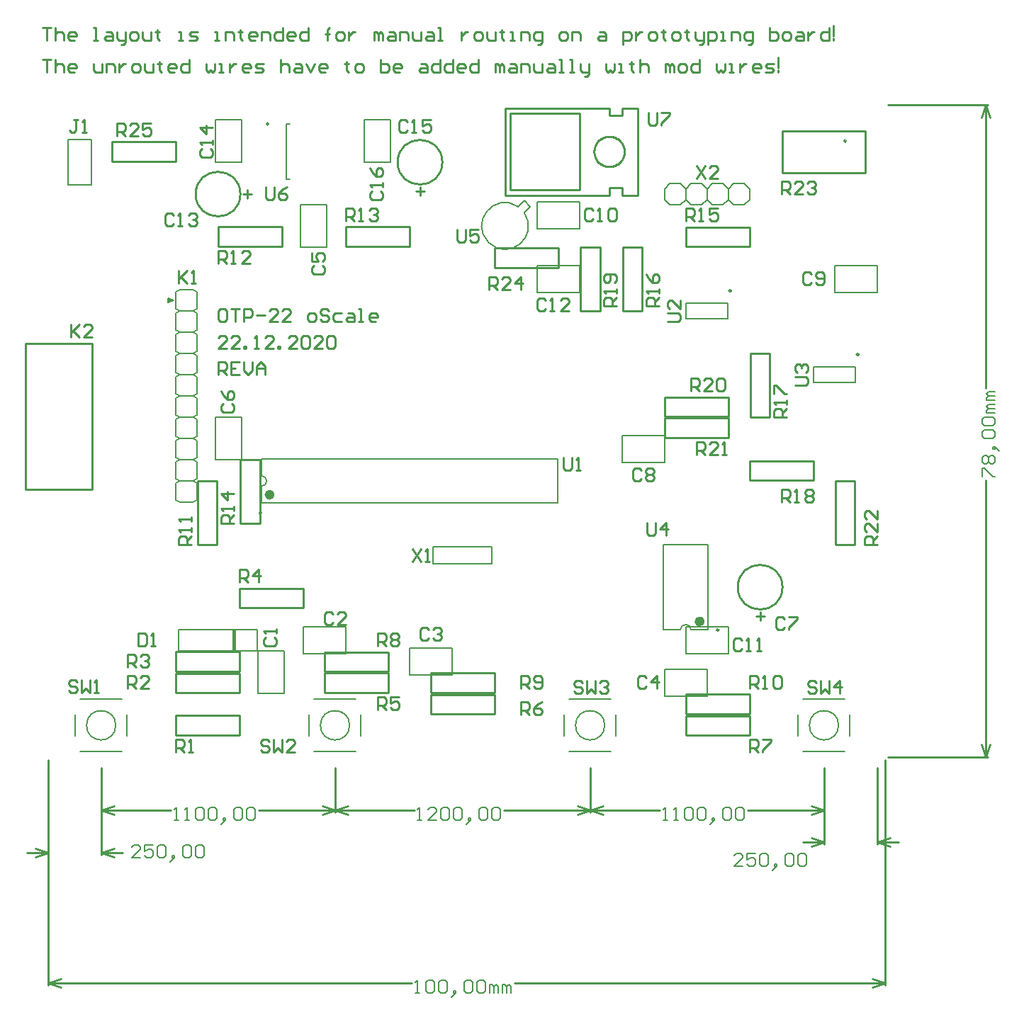
<source format=gto>
G04 Layer_Color=15132400*
%FSLAX25Y25*%
%MOIN*%
G70*
G01*
G75*
%ADD14C,0.01000*%
%ADD15C,0.00600*%
%ADD42C,0.00787*%
%ADD43C,0.00984*%
%ADD44C,0.02362*%
%ADD45C,0.00500*%
G36*
X552701Y708701D02*
X550201Y707701D01*
X550201Y709701D01*
X552701Y708701D01*
X552701Y708701D02*
G37*
D14*
X679201Y773701D02*
G03*
X679201Y773701I-10500J0D01*
G01*
X584201Y758701D02*
G03*
X584201Y758701I-10500J0D01*
G01*
X869201Y783701D02*
G03*
X869201Y783701I-500J0D01*
G01*
X839201Y573701D02*
G03*
X839201Y573701I-10500J0D01*
G01*
X668701Y757953D02*
X668701Y761890D01*
X666732Y759921D02*
X670669Y759921D01*
X483110Y619646D02*
X483110Y688543D01*
X514606Y688543D01*
X514606Y619646D02*
X514606Y688543D01*
X483110Y619646D02*
X514606Y619646D01*
X583701Y504201D02*
X583701Y513426D01*
X553701Y513426D02*
X583701Y513426D01*
X553701Y504201D02*
X553701Y513426D01*
X553701Y504201D02*
X583701Y504201D01*
X553701Y523975D02*
X553701Y533201D01*
X553701Y523975D02*
X583701Y523975D01*
X583701Y533201D01*
X553701Y533201D02*
X583701Y533201D01*
X583701Y534201D02*
X583701Y543426D01*
X553701Y543426D02*
X583701Y543426D01*
X553701Y534201D02*
X553701Y543426D01*
X553701Y534201D02*
X583701Y534201D01*
X583701Y563975D02*
X583701Y573201D01*
X583701Y563975D02*
X613701Y563975D01*
X613701Y573201D01*
X583701Y573201D02*
X613701Y573201D01*
X653701Y524201D02*
X653701Y533426D01*
X623701Y533426D02*
X653701Y533426D01*
X623701Y524201D02*
X623701Y533426D01*
X623701Y524201D02*
X653701Y524201D01*
X623701Y533975D02*
X623701Y543201D01*
X623701Y533975D02*
X653701Y533975D01*
X653701Y543201D01*
X623701Y543201D02*
X653701Y543201D01*
X673701Y513975D02*
X673701Y523201D01*
X673701Y513975D02*
X703701Y513975D01*
X703701Y523201D01*
X673701Y523201D02*
X703701Y523201D01*
X703701Y524201D02*
X703701Y533426D01*
X673701Y533426D02*
X703701Y533426D01*
X673701Y524201D02*
X673701Y533426D01*
X673701Y524201D02*
X703701Y524201D01*
X584201Y603701D02*
X593426Y603701D01*
X593426Y633701D01*
X584201Y633701D02*
X593426Y633701D01*
X584201Y603701D02*
X584201Y633701D01*
X563975Y623701D02*
X573201Y623701D01*
X563975Y593701D02*
X563975Y623701D01*
X563975Y593701D02*
X573201Y593701D01*
X573201Y623701D01*
X663701Y734201D02*
X663701Y743426D01*
X633701Y743426D02*
X663701Y743426D01*
X633701Y734201D02*
X633701Y743426D01*
X633701Y734201D02*
X663701Y734201D01*
X603701Y734201D02*
X603701Y743426D01*
X573701Y743426D02*
X603701Y743426D01*
X573701Y734201D02*
X573701Y743426D01*
X573701Y734201D02*
X603701Y734201D01*
X585512Y758701D02*
X589449Y758701D01*
X587480Y756732D02*
X587480Y760669D01*
X553701Y774201D02*
X553701Y783426D01*
X523701Y783426D02*
X553701Y783426D01*
X523701Y774201D02*
X523701Y783426D01*
X523701Y774201D02*
X553701Y774201D01*
X750601Y778701D02*
X750618Y779196D01*
X750670Y779689D01*
X750756Y780177D01*
X750876Y780658D01*
X751029Y781129D01*
X751215Y781589D01*
X751432Y782034D01*
X751680Y782463D01*
X751957Y782874D01*
X752262Y783265D01*
X752594Y783633D01*
X752950Y783977D01*
X753330Y784296D01*
X753730Y784587D01*
X754151Y784850D01*
X754588Y785082D01*
X755041Y785284D01*
X755507Y785453D01*
X755983Y785590D01*
X756468Y785693D01*
X756959Y785762D01*
X757453Y785796D01*
X757949Y785796D01*
X758443Y785762D01*
X758934Y785693D01*
X759418Y785590D01*
X759895Y785453D01*
X760360Y785284D01*
X760813Y785082D01*
X761251Y784850D01*
X761671Y784587D01*
X762072Y784296D01*
X762452Y783977D01*
X762808Y783633D01*
X763140Y783265D01*
X763445Y782874D01*
X763722Y782463D01*
X763970Y782034D01*
X764187Y781589D01*
X764373Y781129D01*
X764526Y780658D01*
X764646Y780177D01*
X764732Y779689D01*
X764783Y779196D01*
X764801Y778701D01*
X764783Y778205D02*
X764801Y778701D01*
X764732Y777713D02*
X764783Y778205D01*
X764646Y777225D02*
X764732Y777713D01*
X764526Y776744D02*
X764646Y777225D01*
X764373Y776272D02*
X764526Y776744D01*
X764187Y775813D02*
X764373Y776272D01*
X763970Y775368D02*
X764187Y775813D01*
X763722Y774938D02*
X763970Y775368D01*
X763445Y774528D02*
X763722Y774938D01*
X763140Y774137D02*
X763445Y774528D01*
X762808Y773769D02*
X763140Y774137D01*
X762452Y773424D02*
X762808Y773769D01*
X762072Y773106D02*
X762452Y773424D01*
X761671Y772815D02*
X762072Y773106D01*
X761251Y772552D02*
X761671Y772815D01*
X760813Y772319D02*
X761251Y772552D01*
X760360Y772118D02*
X760813Y772319D01*
X759895Y771948D02*
X760360Y772118D01*
X759418Y771812D02*
X759895Y771948D01*
X758934Y771709D02*
X759418Y771812D01*
X758443Y771640D02*
X758934Y771709D01*
X757949Y771605D02*
X758443Y771640D01*
X757453Y771605D02*
X757949Y771605D01*
X756959Y771640D02*
X757453Y771605D01*
X756468Y771709D02*
X756959Y771640D01*
X755983Y771812D02*
X756468Y771709D01*
X755507Y771948D02*
X755983Y771812D01*
X755041Y772118D02*
X755507Y771948D01*
X754588Y772319D02*
X755041Y772118D01*
X754151Y772552D02*
X754588Y772319D01*
X753730Y772815D02*
X754151Y772552D01*
X753330Y773106D02*
X753730Y772815D01*
X752950Y773424D02*
X753330Y773106D01*
X752594Y773769D02*
X752950Y773424D01*
X752262Y774137D02*
X752594Y773769D01*
X751957Y774528D02*
X752262Y774137D01*
X751680Y774938D02*
X751957Y774528D01*
X751432Y775368D02*
X751680Y774938D01*
X751215Y775813D02*
X751432Y775368D01*
X751029Y776272D02*
X751215Y775813D01*
X750876Y776744D02*
X751029Y776272D01*
X750756Y777225D02*
X750876Y776744D01*
X750670Y777713D02*
X750756Y777225D01*
X750618Y778205D02*
X750670Y777713D01*
X750601Y778701D02*
X750618Y778205D01*
X711201Y796701D02*
X743701Y796701D01*
X743701Y760701D02*
X743701Y796701D01*
X711201Y760701D02*
X743701Y760701D01*
X711201Y760701D02*
X711201Y796701D01*
X763701Y799201D02*
X771201Y799201D01*
X763701Y795701D02*
X763701Y799201D01*
X757701Y795701D02*
X763701Y795701D01*
X757701Y795701D02*
X757701Y799201D01*
X708701Y799201D02*
X757701Y799201D01*
X763701Y758201D02*
X771201Y758201D01*
X763701Y758201D02*
X763701Y761701D01*
X757701Y761701D02*
X763701Y761701D01*
X757701Y758201D02*
X757701Y761701D01*
X708701Y758201D02*
X757701Y758201D01*
X771201Y758201D02*
X771201Y799201D01*
X708701Y758201D02*
X708701Y799201D01*
X733701Y724201D02*
X733701Y733426D01*
X703701Y733426D02*
X733701Y733426D01*
X703701Y724201D02*
X703701Y733426D01*
X703701Y724201D02*
X733701Y724201D01*
X744201Y703701D02*
X753426Y703701D01*
X753426Y733701D01*
X744201Y733701D02*
X753426Y733701D01*
X744201Y703701D02*
X744201Y733701D01*
X763975Y733701D02*
X773201Y733701D01*
X763975Y703701D02*
X763975Y733701D01*
X763975Y703701D02*
X773201Y703701D01*
X773201Y733701D01*
X793701Y733975D02*
X793701Y743201D01*
X793701Y733975D02*
X823701Y733975D01*
X823701Y743201D01*
X793701Y743201D02*
X823701Y743201D01*
X823975Y683701D02*
X833201Y683701D01*
X823975Y653701D02*
X823975Y683701D01*
X823975Y653701D02*
X833201Y653701D01*
X833201Y683701D01*
X839101Y788343D02*
X878101Y788343D01*
X839101Y768658D02*
X878101Y768658D01*
X878101Y788343D01*
X839101Y768658D02*
X839101Y788343D01*
X813701Y644201D02*
X813701Y653426D01*
X783701Y653426D02*
X813701Y653426D01*
X783701Y644201D02*
X783701Y653426D01*
X783701Y644201D02*
X813701Y644201D01*
X783701Y653975D02*
X783701Y663201D01*
X783701Y653975D02*
X813701Y653975D01*
X813701Y663201D01*
X783701Y663201D02*
X813701Y663201D01*
X823701Y623975D02*
X823701Y633201D01*
X823701Y623975D02*
X853701Y623975D01*
X853701Y633201D01*
X823701Y633201D02*
X853701Y633201D01*
X863975Y623701D02*
X873201Y623701D01*
X863975Y593701D02*
X863975Y623701D01*
X863975Y593701D02*
X873201Y593701D01*
X873201Y623701D01*
X828701Y557953D02*
X828701Y561890D01*
X826732Y559921D02*
X830669Y559921D01*
X793701Y503975D02*
X793701Y513201D01*
X793701Y503975D02*
X823701Y503975D01*
X823701Y513201D01*
X793701Y513201D02*
X823701Y513201D01*
X823701Y514201D02*
X823701Y523426D01*
X793701Y523426D02*
X823701Y523426D01*
X793701Y514201D02*
X793701Y523426D01*
X793701Y514201D02*
X823701Y514201D01*
X596202Y550200D02*
X595203Y549200D01*
X595203Y547200D01*
X596202Y546201D01*
X600201Y546201D01*
X601201Y547200D01*
X601201Y549200D01*
X600201Y550200D01*
X601201Y552199D02*
X601201Y554198D01*
X601201Y553198D01*
X595203Y553198D01*
X596202Y552199D01*
X627700Y561199D02*
X626700Y562199D01*
X624700Y562199D01*
X623701Y561199D01*
X623701Y557200D01*
X624700Y556201D01*
X626700Y556201D01*
X627700Y557200D01*
X633698Y556201D02*
X629699Y556201D01*
X633698Y560199D01*
X633698Y561199D01*
X632698Y562199D01*
X630698Y562199D01*
X629699Y561199D01*
X672699Y553699D02*
X671700Y554699D01*
X669700Y554699D01*
X668701Y553699D01*
X668701Y549700D01*
X669700Y548701D01*
X671700Y548701D01*
X672699Y549700D01*
X674699Y553699D02*
X675699Y554699D01*
X677698Y554699D01*
X678698Y553699D01*
X678698Y552700D01*
X677698Y551700D01*
X676698Y551700D01*
X677698Y551700D01*
X678698Y550700D01*
X678698Y549700D01*
X677698Y548701D01*
X675699Y548701D01*
X674699Y549700D01*
X775200Y531199D02*
X774200Y532199D01*
X772200Y532199D01*
X771201Y531199D01*
X771201Y527201D01*
X772200Y526201D01*
X774200Y526201D01*
X775200Y527201D01*
X780198Y526201D02*
X780198Y532199D01*
X777199Y529200D01*
X781198Y529200D01*
X618702Y725200D02*
X617703Y724200D01*
X617703Y722200D01*
X618702Y721201D01*
X622701Y721201D01*
X623701Y722200D01*
X623701Y724200D01*
X622701Y725200D01*
X617703Y731198D02*
X617703Y727199D01*
X620702Y727199D01*
X619702Y729198D01*
X619702Y730198D01*
X620702Y731198D01*
X622701Y731198D01*
X623701Y730198D01*
X623701Y728198D01*
X622701Y727199D01*
X576202Y660199D02*
X575203Y659200D01*
X575203Y657200D01*
X576202Y656201D01*
X580201Y656201D01*
X581201Y657200D01*
X581201Y659200D01*
X580201Y660199D01*
X575203Y666198D02*
X576202Y664198D01*
X578202Y662199D01*
X580201Y662199D01*
X581201Y663199D01*
X581201Y665198D01*
X580201Y666198D01*
X579201Y666198D01*
X578202Y665198D01*
X578202Y662199D01*
X840199Y558699D02*
X839200Y559699D01*
X837201Y559699D01*
X836201Y558699D01*
X836201Y554701D01*
X837201Y553701D01*
X839200Y553701D01*
X840199Y554701D01*
X842199Y559699D02*
X846198Y559699D01*
X846198Y558699D01*
X842199Y554701D01*
X842199Y553701D01*
X772699Y628699D02*
X771700Y629699D01*
X769700Y629699D01*
X768701Y628699D01*
X768701Y624700D01*
X769700Y623701D01*
X771700Y623701D01*
X772699Y624700D01*
X774699Y628699D02*
X775699Y629699D01*
X777698Y629699D01*
X778698Y628699D01*
X778698Y627700D01*
X777698Y626700D01*
X778698Y625700D01*
X778698Y624700D01*
X777698Y623701D01*
X775699Y623701D01*
X774699Y624700D01*
X774699Y625700D01*
X775699Y626700D01*
X774699Y627700D01*
X774699Y628699D01*
X775699Y626700D02*
X777698Y626700D01*
X852699Y721199D02*
X851700Y722199D01*
X849701Y722199D01*
X848701Y721199D01*
X848701Y717201D01*
X849701Y716201D01*
X851700Y716201D01*
X852699Y717201D01*
X854699Y717201D02*
X855698Y716201D01*
X857698Y716201D01*
X858698Y717201D01*
X858698Y721199D01*
X857698Y722199D01*
X855698Y722199D01*
X854699Y721199D01*
X854699Y720199D01*
X855698Y719200D01*
X858698Y719200D01*
X750200Y751199D02*
X749200Y752199D01*
X747200Y752199D01*
X746201Y751199D01*
X746201Y747200D01*
X747200Y746201D01*
X749200Y746201D01*
X750200Y747200D01*
X752199Y746201D02*
X754198Y746201D01*
X753198Y746201D01*
X753198Y752199D01*
X752199Y751199D01*
X757197Y751199D02*
X758197Y752199D01*
X760196Y752199D01*
X761196Y751199D01*
X761196Y747200D01*
X760196Y746201D01*
X758197Y746201D01*
X757197Y747200D01*
X757197Y751199D01*
X820199Y548699D02*
X819200Y549699D01*
X817200Y549699D01*
X816201Y548699D01*
X816201Y544700D01*
X817200Y543701D01*
X819200Y543701D01*
X820199Y544700D01*
X822199Y543701D02*
X824198Y543701D01*
X823199Y543701D01*
X823199Y549699D01*
X822199Y548699D01*
X827197Y543701D02*
X829197Y543701D01*
X828197Y543701D01*
X828197Y549699D01*
X827197Y548699D01*
X727700Y708699D02*
X726700Y709699D01*
X724700Y709699D01*
X723701Y708699D01*
X723701Y704701D01*
X724700Y703701D01*
X726700Y703701D01*
X727700Y704701D01*
X729699Y703701D02*
X731698Y703701D01*
X730698Y703701D01*
X730698Y709699D01*
X729699Y708699D01*
X738696Y703701D02*
X734697Y703701D01*
X738696Y707699D01*
X738696Y708699D01*
X737696Y709699D01*
X735697Y709699D01*
X734697Y708699D01*
X552700Y748699D02*
X551700Y749699D01*
X549700Y749699D01*
X548701Y748699D01*
X548701Y744700D01*
X549700Y743701D01*
X551700Y743701D01*
X552700Y744700D01*
X554699Y743701D02*
X556698Y743701D01*
X555698Y743701D01*
X555698Y749699D01*
X554699Y748699D01*
X559697Y748699D02*
X560697Y749699D01*
X562696Y749699D01*
X563696Y748699D01*
X563696Y747699D01*
X562696Y746700D01*
X561697Y746700D01*
X562696Y746700D01*
X563696Y745700D01*
X563696Y744700D01*
X562696Y743701D01*
X560697Y743701D01*
X559697Y744700D01*
X566202Y780199D02*
X565203Y779200D01*
X565203Y777201D01*
X566202Y776201D01*
X570201Y776201D01*
X571201Y777201D01*
X571201Y779200D01*
X570201Y780199D01*
X571201Y782199D02*
X571201Y784198D01*
X571201Y783198D01*
X565203Y783198D01*
X566202Y782199D01*
X571201Y790196D02*
X565203Y790196D01*
X568202Y787197D01*
X568202Y791196D01*
X662699Y792698D02*
X661699Y793698D01*
X659700Y793698D01*
X658700Y792698D01*
X658700Y788700D01*
X659700Y787700D01*
X661699Y787700D01*
X662699Y788700D01*
X664698Y787700D02*
X666697Y787700D01*
X665698Y787700D01*
X665698Y793698D01*
X664698Y792698D01*
X673695Y793698D02*
X669696Y793698D01*
X669696Y790699D01*
X671696Y791699D01*
X672695Y791699D01*
X673695Y790699D01*
X673695Y788700D01*
X672695Y787700D01*
X670696Y787700D01*
X669696Y788700D01*
X646202Y760199D02*
X645203Y759200D01*
X645203Y757200D01*
X646202Y756201D01*
X650201Y756201D01*
X651201Y757200D01*
X651201Y759200D01*
X650201Y760199D01*
X651201Y762199D02*
X651201Y764198D01*
X651201Y763199D01*
X645203Y763199D01*
X646202Y762199D01*
X645203Y771196D02*
X646202Y769197D01*
X648202Y767197D01*
X650201Y767197D01*
X651201Y768197D01*
X651201Y770196D01*
X650201Y771196D01*
X649201Y771196D01*
X648202Y770196D01*
X648202Y767197D01*
X536201Y552199D02*
X536201Y546201D01*
X539200Y546201D01*
X540200Y547200D01*
X540200Y551199D01*
X539200Y552199D01*
X536201Y552199D01*
X542199Y546201D02*
X544198Y546201D01*
X543198Y546201D01*
X543198Y552199D01*
X542199Y551199D01*
X507799Y793598D02*
X505799Y793598D01*
X506799Y793598D01*
X506799Y788600D01*
X505799Y787600D01*
X504800Y787600D01*
X503800Y788600D01*
X509798Y787600D02*
X511797Y787600D01*
X510798Y787600D01*
X510798Y793598D01*
X509798Y792598D01*
X555000Y722809D02*
X555000Y716811D01*
X555000Y718810D01*
X558999Y722809D01*
X556000Y719810D01*
X558999Y716811D01*
X560998Y716811D02*
X562997Y716811D01*
X561998Y716811D01*
X561998Y722809D01*
X560998Y721809D01*
X531201Y526201D02*
X531201Y532199D01*
X534200Y532199D01*
X535199Y531199D01*
X535199Y529200D01*
X534200Y528200D01*
X531201Y528200D01*
X533200Y528200D02*
X535199Y526201D01*
X541198Y526201D02*
X537199Y526201D01*
X541198Y530199D01*
X541198Y531199D01*
X540198Y532199D01*
X538199Y532199D01*
X537199Y531199D01*
X531201Y536201D02*
X531201Y542199D01*
X534200Y542199D01*
X535199Y541199D01*
X535199Y539200D01*
X534200Y538200D01*
X531201Y538200D01*
X533200Y538200D02*
X535199Y536201D01*
X537199Y541199D02*
X538199Y542199D01*
X540198Y542199D01*
X541198Y541199D01*
X541198Y540200D01*
X540198Y539200D01*
X539198Y539200D01*
X540198Y539200D01*
X541198Y538200D01*
X541198Y537200D01*
X540198Y536201D01*
X538199Y536201D01*
X537199Y537200D01*
X583701Y576201D02*
X583701Y582199D01*
X586700Y582199D01*
X587700Y581199D01*
X587700Y579200D01*
X586700Y578200D01*
X583701Y578200D01*
X585700Y578200D02*
X587700Y576201D01*
X592698Y576201D02*
X592698Y582199D01*
X589699Y579200D01*
X593698Y579200D01*
X648701Y516201D02*
X648701Y522199D01*
X651700Y522199D01*
X652700Y521199D01*
X652700Y519200D01*
X651700Y518200D01*
X648701Y518200D01*
X650700Y518200D02*
X652700Y516201D01*
X658698Y522199D02*
X654699Y522199D01*
X654699Y519200D01*
X656698Y520199D01*
X657698Y520199D01*
X658698Y519200D01*
X658698Y517201D01*
X657698Y516201D01*
X655698Y516201D01*
X654699Y517201D01*
X716201Y513701D02*
X716201Y519699D01*
X719200Y519699D01*
X720199Y518699D01*
X720199Y516700D01*
X719200Y515700D01*
X716201Y515700D01*
X718200Y515700D02*
X720199Y513701D01*
X726198Y519699D02*
X724198Y518699D01*
X722199Y516700D01*
X722199Y514701D01*
X723199Y513701D01*
X725198Y513701D01*
X726198Y514701D01*
X726198Y515700D01*
X725198Y516700D01*
X722199Y516700D01*
X823701Y496201D02*
X823701Y502199D01*
X826700Y502199D01*
X827699Y501199D01*
X827699Y499200D01*
X826700Y498200D01*
X823701Y498200D01*
X825700Y498200D02*
X827699Y496201D01*
X829699Y502199D02*
X833698Y502199D01*
X833698Y501199D01*
X829699Y497200D01*
X829699Y496201D01*
X648701Y546201D02*
X648701Y552199D01*
X651700Y552199D01*
X652700Y551199D01*
X652700Y549200D01*
X651700Y548200D01*
X648701Y548200D01*
X650700Y548200D02*
X652700Y546201D01*
X654699Y551199D02*
X655698Y552199D01*
X657698Y552199D01*
X658698Y551199D01*
X658698Y550200D01*
X657698Y549200D01*
X658698Y548200D01*
X658698Y547200D01*
X657698Y546201D01*
X655698Y546201D01*
X654699Y547200D01*
X654699Y548200D01*
X655698Y549200D01*
X654699Y550200D01*
X654699Y551199D01*
X655698Y549200D02*
X657698Y549200D01*
X716201Y526201D02*
X716201Y532199D01*
X719200Y532199D01*
X720199Y531199D01*
X720199Y529200D01*
X719200Y528200D01*
X716201Y528200D01*
X718200Y528200D02*
X720199Y526201D01*
X722199Y527201D02*
X723199Y526201D01*
X725198Y526201D01*
X726198Y527201D01*
X726198Y531199D01*
X725198Y532199D01*
X723199Y532199D01*
X722199Y531199D01*
X722199Y530199D01*
X723199Y529200D01*
X726198Y529200D01*
X823701Y526201D02*
X823701Y532199D01*
X826700Y532199D01*
X827699Y531199D01*
X827699Y529200D01*
X826700Y528200D01*
X823701Y528200D01*
X825700Y528200D02*
X827699Y526201D01*
X829699Y526201D02*
X831698Y526201D01*
X830698Y526201D01*
X830698Y532199D01*
X829699Y531199D01*
X834697Y531199D02*
X835697Y532199D01*
X837696Y532199D01*
X838696Y531199D01*
X838696Y527201D01*
X837696Y526201D01*
X835697Y526201D01*
X834697Y527201D01*
X834697Y531199D01*
X561201Y593701D02*
X555203Y593701D01*
X555203Y596700D01*
X556202Y597699D01*
X558202Y597699D01*
X559201Y596700D01*
X559201Y593701D01*
X559201Y595700D02*
X561201Y597699D01*
X561201Y599699D02*
X561201Y601698D01*
X561201Y600699D01*
X555203Y600699D01*
X556202Y599699D01*
X561201Y604697D02*
X561201Y606697D01*
X561201Y605697D01*
X555203Y605697D01*
X556202Y604697D01*
X573701Y726201D02*
X573701Y732199D01*
X576700Y732199D01*
X577700Y731199D01*
X577700Y729200D01*
X576700Y728200D01*
X573701Y728200D01*
X575700Y728200D02*
X577700Y726201D01*
X579699Y726201D02*
X581698Y726201D01*
X580698Y726201D01*
X580698Y732199D01*
X579699Y731199D01*
X588696Y726201D02*
X584697Y726201D01*
X588696Y730199D01*
X588696Y731199D01*
X587696Y732199D01*
X585697Y732199D01*
X584697Y731199D01*
X633701Y746201D02*
X633701Y752199D01*
X636700Y752199D01*
X637700Y751199D01*
X637700Y749200D01*
X636700Y748200D01*
X633701Y748200D01*
X635700Y748200D02*
X637700Y746201D01*
X639699Y746201D02*
X641698Y746201D01*
X640698Y746201D01*
X640698Y752199D01*
X639699Y751199D01*
X644697Y751199D02*
X645697Y752199D01*
X647696Y752199D01*
X648696Y751199D01*
X648696Y750200D01*
X647696Y749200D01*
X646697Y749200D01*
X647696Y749200D01*
X648696Y748200D01*
X648696Y747200D01*
X647696Y746201D01*
X645697Y746201D01*
X644697Y747200D01*
X581201Y603701D02*
X575203Y603701D01*
X575203Y606700D01*
X576202Y607699D01*
X578202Y607699D01*
X579201Y606700D01*
X579201Y603701D01*
X579201Y605700D02*
X581201Y607699D01*
X581201Y609699D02*
X581201Y611698D01*
X581201Y610699D01*
X575203Y610699D01*
X576202Y609699D01*
X581201Y617696D02*
X575203Y617696D01*
X578202Y614697D01*
X578202Y618696D01*
X793701Y746201D02*
X793701Y752199D01*
X796700Y752199D01*
X797699Y751199D01*
X797699Y749200D01*
X796700Y748200D01*
X793701Y748200D01*
X795700Y748200D02*
X797699Y746201D01*
X799699Y746201D02*
X801698Y746201D01*
X800698Y746201D01*
X800698Y752199D01*
X799699Y751199D01*
X808696Y752199D02*
X804697Y752199D01*
X804697Y749200D01*
X806697Y750200D01*
X807696Y750200D01*
X808696Y749200D01*
X808696Y747200D01*
X807696Y746201D01*
X805697Y746201D01*
X804697Y747200D01*
X781201Y706201D02*
X775203Y706201D01*
X775203Y709200D01*
X776202Y710199D01*
X778202Y710199D01*
X779201Y709200D01*
X779201Y706201D01*
X779201Y708200D02*
X781201Y710199D01*
X781201Y712199D02*
X781201Y714198D01*
X781201Y713199D01*
X775203Y713199D01*
X776202Y712199D01*
X775203Y721196D02*
X776202Y719197D01*
X778202Y717197D01*
X780201Y717197D01*
X781201Y718197D01*
X781201Y720196D01*
X780201Y721196D01*
X779201Y721196D01*
X778202Y720196D01*
X778202Y717197D01*
X841201Y653701D02*
X835203Y653701D01*
X835203Y656700D01*
X836202Y657699D01*
X838202Y657699D01*
X839201Y656700D01*
X839201Y653701D01*
X839201Y655700D02*
X841201Y657699D01*
X841201Y659699D02*
X841201Y661698D01*
X841201Y660699D01*
X835203Y660699D01*
X836202Y659699D01*
X835203Y664697D02*
X835203Y668696D01*
X836202Y668696D01*
X840201Y664697D01*
X841201Y664697D01*
X838701Y613701D02*
X838701Y619699D01*
X841700Y619699D01*
X842700Y618699D01*
X842700Y616700D01*
X841700Y615700D01*
X838701Y615700D01*
X840700Y615700D02*
X842700Y613701D01*
X844699Y613701D02*
X846698Y613701D01*
X845699Y613701D01*
X845699Y619699D01*
X844699Y618699D01*
X849697Y618699D02*
X850697Y619699D01*
X852696Y619699D01*
X853696Y618699D01*
X853696Y617699D01*
X852696Y616700D01*
X853696Y615700D01*
X853696Y614701D01*
X852696Y613701D01*
X850697Y613701D01*
X849697Y614701D01*
X849697Y615700D01*
X850697Y616700D01*
X849697Y617699D01*
X849697Y618699D01*
X850697Y616700D02*
X852696Y616700D01*
X761201Y706201D02*
X755203Y706201D01*
X755203Y709200D01*
X756202Y710199D01*
X758202Y710199D01*
X759201Y709200D01*
X759201Y706201D01*
X759201Y708200D02*
X761201Y710199D01*
X761201Y712199D02*
X761201Y714198D01*
X761201Y713199D01*
X755203Y713199D01*
X756202Y712199D01*
X760201Y717197D02*
X761201Y718197D01*
X761201Y720196D01*
X760201Y721196D01*
X756202Y721196D01*
X755203Y720196D01*
X755203Y718197D01*
X756202Y717197D01*
X757202Y717197D01*
X758202Y718197D01*
X758202Y721196D01*
X796201Y666201D02*
X796201Y672199D01*
X799200Y672199D01*
X800200Y671199D01*
X800200Y669200D01*
X799200Y668200D01*
X796201Y668200D01*
X798200Y668200D02*
X800200Y666201D01*
X806198Y666201D02*
X802199Y666201D01*
X806198Y670199D01*
X806198Y671199D01*
X805198Y672199D01*
X803199Y672199D01*
X802199Y671199D01*
X808197Y671199D02*
X809197Y672199D01*
X811196Y672199D01*
X812196Y671199D01*
X812196Y667201D01*
X811196Y666201D01*
X809197Y666201D01*
X808197Y667201D01*
X808197Y671199D01*
X798701Y636201D02*
X798701Y642199D01*
X801700Y642199D01*
X802699Y641199D01*
X802699Y639200D01*
X801700Y638200D01*
X798701Y638200D01*
X800700Y638200D02*
X802699Y636201D01*
X808698Y636201D02*
X804699Y636201D01*
X808698Y640200D01*
X808698Y641199D01*
X807698Y642199D01*
X805698Y642199D01*
X804699Y641199D01*
X810697Y636201D02*
X812696Y636201D01*
X811697Y636201D01*
X811697Y642199D01*
X810697Y641199D01*
X883701Y593701D02*
X877703Y593701D01*
X877703Y596700D01*
X878702Y597699D01*
X880702Y597699D01*
X881701Y596700D01*
X881701Y593701D01*
X881701Y595700D02*
X883701Y597699D01*
X883701Y603698D02*
X883701Y599699D01*
X879702Y603698D01*
X878702Y603698D01*
X877703Y602698D01*
X877703Y600699D01*
X878702Y599699D01*
X883701Y609696D02*
X883701Y605697D01*
X879702Y609696D01*
X878702Y609696D01*
X877703Y608696D01*
X877703Y606697D01*
X878702Y605697D01*
X838701Y758701D02*
X838701Y764699D01*
X841700Y764699D01*
X842700Y763699D01*
X842700Y761700D01*
X841700Y760700D01*
X838701Y760700D01*
X840700Y760700D02*
X842700Y758701D01*
X848698Y758701D02*
X844699Y758701D01*
X848698Y762700D01*
X848698Y763699D01*
X847698Y764699D01*
X845699Y764699D01*
X844699Y763699D01*
X850697Y763699D02*
X851697Y764699D01*
X853696Y764699D01*
X854696Y763699D01*
X854696Y762700D01*
X853696Y761700D01*
X852696Y761700D01*
X853696Y761700D01*
X854696Y760700D01*
X854696Y759700D01*
X853696Y758701D01*
X851697Y758701D01*
X850697Y759700D01*
X701201Y713701D02*
X701201Y719699D01*
X704200Y719699D01*
X705199Y718699D01*
X705199Y716700D01*
X704200Y715700D01*
X701201Y715700D01*
X703200Y715700D02*
X705199Y713701D01*
X711198Y713701D02*
X707199Y713701D01*
X711198Y717699D01*
X711198Y718699D01*
X710198Y719699D01*
X708198Y719699D01*
X707199Y718699D01*
X716196Y713701D02*
X716196Y719699D01*
X713197Y716700D01*
X717196Y716700D01*
X526201Y786201D02*
X526201Y792199D01*
X529200Y792199D01*
X530199Y791199D01*
X530199Y789200D01*
X529200Y788200D01*
X526201Y788200D01*
X528200Y788200D02*
X530199Y786201D01*
X536198Y786201D02*
X532199Y786201D01*
X536198Y790200D01*
X536198Y791199D01*
X535198Y792199D01*
X533198Y792199D01*
X532199Y791199D01*
X542196Y792199D02*
X538197Y792199D01*
X538197Y789200D01*
X540196Y790200D01*
X541196Y790200D01*
X542196Y789200D01*
X542196Y787200D01*
X541196Y786201D01*
X539197Y786201D01*
X538197Y787200D01*
X597699Y501199D02*
X596700Y502199D01*
X594700Y502199D01*
X593701Y501199D01*
X593701Y500200D01*
X594700Y499200D01*
X596700Y499200D01*
X597699Y498200D01*
X597699Y497200D01*
X596700Y496201D01*
X594700Y496201D01*
X593701Y497200D01*
X599699Y502199D02*
X599699Y496201D01*
X601698Y498200D01*
X603698Y496201D01*
X603698Y502199D01*
X609696Y496201D02*
X605697Y496201D01*
X609696Y500200D01*
X609696Y501199D01*
X608696Y502199D01*
X606697Y502199D01*
X605697Y501199D01*
X745199Y528699D02*
X744200Y529699D01*
X742201Y529699D01*
X741201Y528699D01*
X741201Y527700D01*
X742201Y526700D01*
X744200Y526700D01*
X745199Y525700D01*
X745199Y524700D01*
X744200Y523701D01*
X742201Y523701D01*
X741201Y524700D01*
X747199Y529699D02*
X747199Y523701D01*
X749198Y525700D01*
X751198Y523701D01*
X751198Y529699D01*
X753197Y528699D02*
X754197Y529699D01*
X756196Y529699D01*
X757196Y528699D01*
X757196Y527700D01*
X756196Y526700D01*
X755196Y526700D01*
X756196Y526700D01*
X757196Y525700D01*
X757196Y524700D01*
X756196Y523701D01*
X754197Y523701D01*
X753197Y524700D01*
X855200Y528699D02*
X854200Y529699D01*
X852201Y529699D01*
X851201Y528699D01*
X851201Y527700D01*
X852201Y526700D01*
X854200Y526700D01*
X855200Y525700D01*
X855200Y524700D01*
X854200Y523701D01*
X852201Y523701D01*
X851201Y524700D01*
X857199Y529699D02*
X857199Y523701D01*
X859198Y525700D01*
X861198Y523701D01*
X861198Y529699D01*
X866196Y523701D02*
X866196Y529699D01*
X863197Y526700D01*
X867196Y526700D01*
X736201Y634699D02*
X736201Y629701D01*
X737200Y628701D01*
X739200Y628701D01*
X740200Y629701D01*
X740200Y634699D01*
X742199Y628701D02*
X744198Y628701D01*
X743198Y628701D01*
X743198Y634699D01*
X742199Y633699D01*
X785203Y698701D02*
X790201Y698701D01*
X791201Y699700D01*
X791201Y701700D01*
X790201Y702700D01*
X785203Y702700D01*
X791201Y708698D02*
X791201Y704699D01*
X787202Y708698D01*
X786202Y708698D01*
X785203Y707698D01*
X785203Y705698D01*
X786202Y704699D01*
X845203Y668701D02*
X850201Y668701D01*
X851201Y669700D01*
X851201Y671700D01*
X850201Y672699D01*
X845203Y672699D01*
X846202Y674699D02*
X845203Y675699D01*
X845203Y677698D01*
X846202Y678698D01*
X847202Y678698D01*
X848202Y677698D01*
X848202Y676698D01*
X848202Y677698D01*
X849201Y678698D01*
X850201Y678698D01*
X851201Y677698D01*
X851201Y675699D01*
X850201Y674699D01*
X775500Y603898D02*
X775500Y598900D01*
X776500Y597900D01*
X778499Y597900D01*
X779499Y598900D01*
X779499Y603898D01*
X784497Y597900D02*
X784497Y603898D01*
X781498Y600899D01*
X785497Y600899D01*
X686201Y742199D02*
X686201Y737200D01*
X687200Y736201D01*
X689200Y736201D01*
X690200Y737200D01*
X690200Y742199D01*
X696198Y742199D02*
X692199Y742199D01*
X692199Y739200D01*
X694198Y740200D01*
X695198Y740200D01*
X696198Y739200D01*
X696198Y737200D01*
X695198Y736201D01*
X693198Y736201D01*
X692199Y737200D01*
X596201Y762199D02*
X596201Y757200D01*
X597200Y756201D01*
X599200Y756201D01*
X600200Y757200D01*
X600200Y762199D01*
X606198Y762199D02*
X604198Y761199D01*
X602199Y759200D01*
X602199Y757200D01*
X603198Y756201D01*
X605198Y756201D01*
X606198Y757200D01*
X606198Y758200D01*
X605198Y759200D01*
X602199Y759200D01*
X776201Y797199D02*
X776201Y792201D01*
X777201Y791201D01*
X779200Y791201D01*
X780199Y792201D01*
X780199Y797199D01*
X782199Y797199D02*
X786198Y797199D01*
X786198Y796199D01*
X782199Y792201D01*
X782199Y791201D01*
X665236Y591707D02*
X669235Y585709D01*
X669235Y591707D02*
X665236Y585709D01*
X671234Y585709D02*
X673234Y585709D01*
X672234Y585709D01*
X672234Y591707D01*
X671234Y590707D01*
X798701Y772199D02*
X802699Y766201D01*
X802699Y772199D02*
X798701Y766201D01*
X808698Y766201D02*
X804699Y766201D01*
X808698Y770199D01*
X808698Y771199D01*
X807698Y772199D01*
X805698Y772199D01*
X804699Y771199D01*
X504606Y697219D02*
X504606Y691221D01*
X504606Y693220D01*
X508605Y697219D01*
X505606Y694219D01*
X508605Y691221D01*
X514603Y691221D02*
X510604Y691221D01*
X514603Y695219D01*
X514603Y696219D01*
X513603Y697219D01*
X511604Y697219D01*
X510604Y696219D01*
X553701Y496201D02*
X553701Y502199D01*
X556700Y502199D01*
X557699Y501199D01*
X557699Y499200D01*
X556700Y498200D01*
X553701Y498200D01*
X555700Y498200D02*
X557699Y496201D01*
X559699Y496201D02*
X561698Y496201D01*
X560699Y496201D01*
X560699Y502199D01*
X559699Y501199D01*
X507599Y529198D02*
X506599Y530198D01*
X504600Y530198D01*
X503600Y529198D01*
X503600Y528199D01*
X504600Y527199D01*
X506599Y527199D01*
X507599Y526199D01*
X507599Y525200D01*
X506599Y524200D01*
X504600Y524200D01*
X503600Y525200D01*
X509598Y530198D02*
X509598Y524200D01*
X511597Y526199D01*
X513597Y524200D01*
X513597Y530198D01*
X515596Y524200D02*
X517595Y524200D01*
X516596Y524200D01*
X516596Y530198D01*
X515596Y529198D01*
X573701Y673701D02*
X573701Y679699D01*
X576700Y679699D01*
X577700Y678699D01*
X577700Y676700D01*
X576700Y675700D01*
X573701Y675700D01*
X575700Y675700D02*
X577700Y673701D01*
X583698Y679699D02*
X579699Y679699D01*
X579699Y673701D01*
X583698Y673701D01*
X579699Y676700D02*
X581698Y676700D01*
X585697Y679699D02*
X585697Y675700D01*
X587696Y673701D01*
X589696Y675700D01*
X589696Y679699D01*
X591695Y673701D02*
X591695Y677700D01*
X593694Y679699D01*
X595694Y677700D01*
X595694Y673701D01*
X595694Y676700D01*
X591695Y676700D01*
X577700Y686201D02*
X573701Y686201D01*
X577700Y690200D01*
X577700Y691199D01*
X576700Y692199D01*
X574700Y692199D01*
X573701Y691199D01*
X583698Y686201D02*
X579699Y686201D01*
X583698Y690200D01*
X583698Y691199D01*
X582698Y692199D01*
X580698Y692199D01*
X579699Y691199D01*
X585697Y686201D02*
X585697Y687200D01*
X586697Y687200D01*
X586697Y686201D01*
X585697Y686201D01*
X590695Y686201D02*
X592695Y686201D01*
X591695Y686201D01*
X591695Y692199D01*
X590695Y691199D01*
X599692Y686201D02*
X595694Y686201D01*
X599692Y690200D01*
X599692Y691199D01*
X598693Y692199D01*
X596693Y692199D01*
X595694Y691199D01*
X601692Y686201D02*
X601692Y687200D01*
X602691Y687200D01*
X602691Y686201D01*
X601692Y686201D01*
X610689Y686201D02*
X606690Y686201D01*
X610689Y690200D01*
X610689Y691199D01*
X609689Y692199D01*
X607690Y692199D01*
X606690Y691199D01*
X612688Y691199D02*
X613688Y692199D01*
X615687Y692199D01*
X616687Y691199D01*
X616687Y687200D01*
X615687Y686201D01*
X613688Y686201D01*
X612688Y687200D01*
X612688Y691199D01*
X622685Y686201D02*
X618686Y686201D01*
X622685Y690200D01*
X622685Y691199D01*
X621685Y692199D01*
X619686Y692199D01*
X618686Y691199D01*
X624684Y691199D02*
X625684Y692199D01*
X627683Y692199D01*
X628683Y691199D01*
X628683Y687200D01*
X627683Y686201D01*
X625684Y686201D01*
X624684Y687200D01*
X624684Y691199D01*
X576700Y704699D02*
X574700Y704699D01*
X573701Y703699D01*
X573701Y699700D01*
X574700Y698701D01*
X576700Y698701D01*
X577700Y699700D01*
X577700Y703699D01*
X576700Y704699D01*
X579699Y704699D02*
X583698Y704699D01*
X581698Y704699D01*
X581698Y698701D01*
X585697Y698701D02*
X585697Y704699D01*
X588696Y704699D01*
X589696Y703699D01*
X589696Y701700D01*
X588696Y700700D01*
X585697Y700700D01*
X591695Y701700D02*
X595694Y701700D01*
X601692Y698701D02*
X597693Y698701D01*
X601692Y702700D01*
X601692Y703699D01*
X600692Y704699D01*
X598693Y704699D01*
X597693Y703699D01*
X607690Y698701D02*
X603691Y698701D01*
X607690Y702700D01*
X607690Y703699D01*
X606690Y704699D01*
X604691Y704699D01*
X603691Y703699D01*
X616687Y698701D02*
X618686Y698701D01*
X619686Y699700D01*
X619686Y701700D01*
X618686Y702700D01*
X616687Y702700D01*
X615687Y701700D01*
X615687Y699700D01*
X616687Y698701D01*
X625684Y703699D02*
X624684Y704699D01*
X622685Y704699D01*
X621685Y703699D01*
X621685Y702700D01*
X622685Y701700D01*
X624684Y701700D01*
X625684Y700700D01*
X625684Y699700D01*
X624684Y698701D01*
X622685Y698701D01*
X621685Y699700D01*
X631682Y702700D02*
X628683Y702700D01*
X627683Y701700D01*
X627683Y699700D01*
X628683Y698701D01*
X631682Y698701D01*
X634681Y702700D02*
X636680Y702700D01*
X637680Y701700D01*
X637680Y698701D01*
X634681Y698701D01*
X633681Y699700D01*
X634681Y700700D01*
X637680Y700700D01*
X639679Y698701D02*
X641679Y698701D01*
X640679Y698701D01*
X640679Y704699D01*
X639679Y704699D01*
X647677Y698701D02*
X645678Y698701D01*
X644678Y699700D01*
X644678Y701700D01*
X645678Y702700D01*
X647677Y702700D01*
X648676Y701700D01*
X648676Y700700D01*
X644678Y700700D01*
X491201Y837199D02*
X495199Y837199D01*
X493200Y837199D01*
X493200Y831201D01*
X497199Y837199D02*
X497199Y831201D01*
X497199Y834200D01*
X498199Y835200D01*
X500198Y835200D01*
X501198Y834200D01*
X501198Y831201D01*
X506196Y831201D02*
X504197Y831201D01*
X503197Y832201D01*
X503197Y834200D01*
X504197Y835200D01*
X506196Y835200D01*
X507196Y834200D01*
X507196Y833200D01*
X503197Y833200D01*
X515193Y831201D02*
X517192Y831201D01*
X516193Y831201D01*
X516193Y837199D01*
X515193Y837199D01*
X521191Y835200D02*
X523190Y835200D01*
X524190Y834200D01*
X524190Y831201D01*
X521191Y831201D01*
X520191Y832201D01*
X521191Y833200D01*
X524190Y833200D01*
X526190Y835200D02*
X526190Y832201D01*
X527189Y831201D01*
X530188Y831201D01*
X530188Y830201D01*
X529188Y829201D01*
X528189Y829201D01*
X530188Y831201D02*
X530188Y835200D01*
X533187Y831201D02*
X535187Y831201D01*
X536186Y832201D01*
X536186Y834200D01*
X535187Y835200D01*
X533187Y835200D01*
X532188Y834200D01*
X532188Y832201D01*
X533187Y831201D01*
X538186Y835200D02*
X538186Y832201D01*
X539185Y831201D01*
X542184Y831201D01*
X542184Y835200D01*
X545183Y836199D02*
X545183Y835200D01*
X544184Y835200D01*
X546183Y835200D01*
X545183Y835200D01*
X545183Y832201D01*
X546183Y831201D01*
X555180Y831201D02*
X557179Y831201D01*
X556180Y831201D01*
X556180Y835200D01*
X555180Y835200D01*
X560179Y831201D02*
X563177Y831201D01*
X564177Y832201D01*
X563177Y833200D01*
X561178Y833200D01*
X560179Y834200D01*
X561178Y835200D01*
X564177Y835200D01*
X572175Y831201D02*
X574174Y831201D01*
X573174Y831201D01*
X573174Y835200D01*
X572175Y835200D01*
X577173Y831201D02*
X577173Y835200D01*
X580172Y835200D01*
X581172Y834200D01*
X581172Y831201D01*
X584171Y836199D02*
X584171Y835200D01*
X583171Y835200D01*
X585170Y835200D01*
X584171Y835200D01*
X584171Y832201D01*
X585170Y831201D01*
X591168Y831201D02*
X589169Y831201D01*
X588169Y832201D01*
X588169Y834200D01*
X589169Y835200D01*
X591168Y835200D01*
X592168Y834200D01*
X592168Y833200D01*
X588169Y833200D01*
X594168Y831201D02*
X594168Y835200D01*
X597166Y835200D01*
X598166Y834200D01*
X598166Y831201D01*
X604164Y837199D02*
X604164Y831201D01*
X601165Y831201D01*
X600166Y832201D01*
X600166Y834200D01*
X601165Y835200D01*
X604164Y835200D01*
X609163Y831201D02*
X607163Y831201D01*
X606164Y832201D01*
X606164Y834200D01*
X607163Y835200D01*
X609163Y835200D01*
X610162Y834200D01*
X610162Y833200D01*
X606164Y833200D01*
X616160Y837199D02*
X616160Y831201D01*
X613161Y831201D01*
X612162Y832201D01*
X612162Y834200D01*
X613161Y835200D01*
X616160Y835200D01*
X625157Y831201D02*
X625157Y836199D01*
X625157Y834200D01*
X624158Y834200D01*
X626157Y834200D01*
X625157Y834200D01*
X625157Y836199D01*
X626157Y837199D01*
X630156Y831201D02*
X632155Y831201D01*
X633155Y832201D01*
X633155Y834200D01*
X632155Y835200D01*
X630156Y835200D01*
X629156Y834200D01*
X629156Y832201D01*
X630156Y831201D01*
X635154Y835200D02*
X635154Y831201D01*
X635154Y833200D01*
X636154Y834200D01*
X637154Y835200D01*
X638153Y835200D01*
X647150Y831201D02*
X647150Y835200D01*
X648150Y835200D01*
X649150Y834200D01*
X649150Y831201D01*
X649150Y834200D01*
X650149Y835200D01*
X651149Y834200D01*
X651149Y831201D01*
X654148Y835200D02*
X656147Y835200D01*
X657147Y834200D01*
X657147Y831201D01*
X654148Y831201D01*
X653148Y832201D01*
X654148Y833200D01*
X657147Y833200D01*
X659146Y831201D02*
X659146Y835200D01*
X662146Y835200D01*
X663145Y834200D01*
X663145Y831201D01*
X665144Y835200D02*
X665144Y832201D01*
X666144Y831201D01*
X669143Y831201D01*
X669143Y835200D01*
X672142Y835200D02*
X674142Y835200D01*
X675141Y834200D01*
X675141Y831201D01*
X672142Y831201D01*
X671143Y832201D01*
X672142Y833200D01*
X675141Y833200D01*
X677141Y831201D02*
X679140Y831201D01*
X678140Y831201D01*
X678140Y837199D01*
X677141Y837199D01*
X688137Y835200D02*
X688137Y831201D01*
X688137Y833200D01*
X689137Y834200D01*
X690136Y835200D01*
X691136Y835200D01*
X695135Y831201D02*
X697134Y831201D01*
X698134Y832201D01*
X698134Y834200D01*
X697134Y835200D01*
X695135Y835200D01*
X694135Y834200D01*
X694135Y832201D01*
X695135Y831201D01*
X700133Y835200D02*
X700133Y832201D01*
X701133Y831201D01*
X704132Y831201D01*
X704132Y835200D01*
X707131Y836199D02*
X707131Y835200D01*
X706131Y835200D01*
X708131Y835200D01*
X707131Y835200D01*
X707131Y832201D01*
X708131Y831201D01*
X711130Y831201D02*
X713129Y831201D01*
X712129Y831201D01*
X712129Y835200D01*
X711130Y835200D01*
X716128Y831201D02*
X716128Y835200D01*
X719127Y835200D01*
X720127Y834200D01*
X720127Y831201D01*
X724125Y829201D02*
X725125Y829201D01*
X726125Y830201D01*
X726125Y835200D01*
X723126Y835200D01*
X722126Y834200D01*
X722126Y832201D01*
X723126Y831201D01*
X726125Y831201D01*
X735122Y831201D02*
X737121Y831201D01*
X738121Y832201D01*
X738121Y834200D01*
X737121Y835200D01*
X735122Y835200D01*
X734122Y834200D01*
X734122Y832201D01*
X735122Y831201D01*
X740120Y831201D02*
X740120Y835200D01*
X743119Y835200D01*
X744119Y834200D01*
X744119Y831201D01*
X753116Y835200D02*
X755115Y835200D01*
X756115Y834200D01*
X756115Y831201D01*
X753116Y831201D01*
X752116Y832201D01*
X753116Y833200D01*
X756115Y833200D01*
X764113Y829201D02*
X764113Y835200D01*
X767111Y835200D01*
X768111Y834200D01*
X768111Y832201D01*
X767111Y831201D01*
X764113Y831201D01*
X770111Y835200D02*
X770111Y831201D01*
X770111Y833200D01*
X771110Y834200D01*
X772110Y835200D01*
X773110Y835200D01*
X777108Y831201D02*
X779108Y831201D01*
X780107Y832201D01*
X780107Y834200D01*
X779108Y835200D01*
X777108Y835200D01*
X776109Y834200D01*
X776109Y832201D01*
X777108Y831201D01*
X783106Y836199D02*
X783106Y835200D01*
X782107Y835200D01*
X784106Y835200D01*
X783106Y835200D01*
X783106Y832201D01*
X784106Y831201D01*
X788105Y831201D02*
X790104Y831201D01*
X791104Y832201D01*
X791104Y834200D01*
X790104Y835200D01*
X788105Y835200D01*
X787105Y834200D01*
X787105Y832201D01*
X788105Y831201D01*
X794103Y836199D02*
X794103Y835200D01*
X793103Y835200D01*
X795103Y835200D01*
X794103Y835200D01*
X794103Y832201D01*
X795103Y831201D01*
X798102Y835200D02*
X798102Y832201D01*
X799101Y831201D01*
X802100Y831201D01*
X802100Y830201D01*
X801101Y829201D01*
X800101Y829201D01*
X802100Y831201D02*
X802100Y835200D01*
X804099Y829201D02*
X804099Y835200D01*
X807099Y835200D01*
X808098Y834200D01*
X808098Y832201D01*
X807099Y831201D01*
X804099Y831201D01*
X810098Y831201D02*
X812097Y831201D01*
X811097Y831201D01*
X811097Y835200D01*
X810098Y835200D01*
X815096Y831201D02*
X815096Y835200D01*
X818095Y835200D01*
X819095Y834200D01*
X819095Y831201D01*
X823093Y829201D02*
X824093Y829201D01*
X825093Y830201D01*
X825093Y835200D01*
X822094Y835200D01*
X821094Y834200D01*
X821094Y832201D01*
X822094Y831201D01*
X825093Y831201D01*
X833090Y837199D02*
X833090Y831201D01*
X836089Y831201D01*
X837089Y832201D01*
X837089Y833200D01*
X837089Y834200D01*
X836089Y835200D01*
X833090Y835200D01*
X840088Y831201D02*
X842087Y831201D01*
X843087Y832201D01*
X843087Y834200D01*
X842087Y835200D01*
X840088Y835200D01*
X839088Y834200D01*
X839088Y832201D01*
X840088Y831201D01*
X846086Y835200D02*
X848085Y835200D01*
X849085Y834200D01*
X849085Y831201D01*
X846086Y831201D01*
X845086Y832201D01*
X846086Y833200D01*
X849085Y833200D01*
X851084Y835200D02*
X851084Y831201D01*
X851084Y833200D01*
X852084Y834200D01*
X853084Y835200D01*
X854083Y835200D01*
X861081Y837199D02*
X861081Y831201D01*
X858082Y831201D01*
X857082Y832201D01*
X857082Y834200D01*
X858082Y835200D01*
X861081Y835200D01*
X863081Y833200D02*
X863081Y838198D01*
X863081Y832201D02*
X863081Y831201D01*
X491201Y822199D02*
X495199Y822199D01*
X493200Y822199D01*
X493200Y816201D01*
X497199Y822199D02*
X497199Y816201D01*
X497199Y819200D01*
X498199Y820199D01*
X500198Y820199D01*
X501198Y819200D01*
X501198Y816201D01*
X506196Y816201D02*
X504197Y816201D01*
X503197Y817200D01*
X503197Y819200D01*
X504197Y820199D01*
X506196Y820199D01*
X507196Y819200D01*
X507196Y818200D01*
X503197Y818200D01*
X515193Y820199D02*
X515193Y817200D01*
X516193Y816201D01*
X519192Y816201D01*
X519192Y820199D01*
X521191Y816201D02*
X521191Y820199D01*
X524190Y820199D01*
X525190Y819200D01*
X525190Y816201D01*
X527189Y820199D02*
X527189Y816201D01*
X527189Y818200D01*
X528189Y819200D01*
X529188Y820199D01*
X530188Y820199D01*
X534187Y816201D02*
X536186Y816201D01*
X537186Y817200D01*
X537186Y819200D01*
X536186Y820199D01*
X534187Y820199D01*
X533187Y819200D01*
X533187Y817200D01*
X534187Y816201D01*
X539185Y820199D02*
X539185Y817200D01*
X540185Y816201D01*
X543184Y816201D01*
X543184Y820199D01*
X546183Y821199D02*
X546183Y820199D01*
X545183Y820199D01*
X547183Y820199D01*
X546183Y820199D01*
X546183Y817200D01*
X547183Y816201D01*
X553181Y816201D02*
X551181Y816201D01*
X550182Y817200D01*
X550182Y819200D01*
X551181Y820199D01*
X553181Y820199D01*
X554180Y819200D01*
X554180Y818200D01*
X550182Y818200D01*
X560179Y822199D02*
X560179Y816201D01*
X557179Y816201D01*
X556180Y817200D01*
X556180Y819200D01*
X557179Y820199D01*
X560179Y820199D01*
X568176Y820199D02*
X568176Y817200D01*
X569176Y816201D01*
X570175Y817200D01*
X571175Y816201D01*
X572175Y817200D01*
X572175Y820199D01*
X574174Y816201D02*
X576173Y816201D01*
X575174Y816201D01*
X575174Y820199D01*
X574174Y820199D01*
X579172Y820199D02*
X579172Y816201D01*
X579172Y818200D01*
X580172Y819200D01*
X581172Y820199D01*
X582171Y820199D01*
X588169Y816201D02*
X586170Y816201D01*
X585170Y817200D01*
X585170Y819200D01*
X586170Y820199D01*
X588169Y820199D01*
X589169Y819200D01*
X589169Y818200D01*
X585170Y818200D01*
X591168Y816201D02*
X594168Y816201D01*
X595167Y817200D01*
X594168Y818200D01*
X592168Y818200D01*
X591168Y819200D01*
X592168Y820199D01*
X595167Y820199D01*
X603165Y822199D02*
X603165Y816201D01*
X603165Y819200D01*
X604164Y820199D01*
X606164Y820199D01*
X607163Y819200D01*
X607163Y816201D01*
X610162Y820199D02*
X612162Y820199D01*
X613161Y819200D01*
X613161Y816201D01*
X610162Y816201D01*
X609163Y817200D01*
X610162Y818200D01*
X613161Y818200D01*
X615161Y820199D02*
X617160Y816201D01*
X619159Y820199D01*
X624158Y816201D02*
X622158Y816201D01*
X621159Y817200D01*
X621159Y819200D01*
X622158Y820199D01*
X624158Y820199D01*
X625157Y819200D01*
X625157Y818200D01*
X621159Y818200D01*
X634155Y821199D02*
X634155Y820199D01*
X633155Y820199D01*
X635154Y820199D01*
X634155Y820199D01*
X634155Y817200D01*
X635154Y816201D01*
X639153Y816201D02*
X641152Y816201D01*
X642152Y817200D01*
X642152Y819200D01*
X641152Y820199D01*
X639153Y820199D01*
X638153Y819200D01*
X638153Y817200D01*
X639153Y816201D01*
X650149Y822199D02*
X650149Y816201D01*
X653148Y816201D01*
X654148Y817200D01*
X654148Y818200D01*
X654148Y819200D01*
X653148Y820199D01*
X650149Y820199D01*
X659146Y816201D02*
X657147Y816201D01*
X656147Y817200D01*
X656147Y819200D01*
X657147Y820199D01*
X659146Y820199D01*
X660146Y819200D01*
X660146Y818200D01*
X656147Y818200D01*
X669143Y820199D02*
X671143Y820199D01*
X672142Y819200D01*
X672142Y816201D01*
X669143Y816201D01*
X668144Y817200D01*
X669143Y818200D01*
X672142Y818200D01*
X678140Y822199D02*
X678140Y816201D01*
X675141Y816201D01*
X674142Y817200D01*
X674142Y819200D01*
X675141Y820199D01*
X678140Y820199D01*
X684138Y822199D02*
X684138Y816201D01*
X681139Y816201D01*
X680140Y817200D01*
X680140Y819200D01*
X681139Y820199D01*
X684138Y820199D01*
X689137Y816201D02*
X687137Y816201D01*
X686138Y817200D01*
X686138Y819200D01*
X687137Y820199D01*
X689137Y820199D01*
X690136Y819200D01*
X690136Y818200D01*
X686138Y818200D01*
X696135Y822199D02*
X696135Y816201D01*
X693135Y816201D01*
X692136Y817200D01*
X692136Y819200D01*
X693135Y820199D01*
X696135Y820199D01*
X704132Y816201D02*
X704132Y820199D01*
X705132Y820199D01*
X706131Y819200D01*
X706131Y816201D01*
X706131Y819200D01*
X707131Y820199D01*
X708131Y819200D01*
X708131Y816201D01*
X711130Y820199D02*
X713129Y820199D01*
X714129Y819200D01*
X714129Y816201D01*
X711130Y816201D01*
X710130Y817200D01*
X711130Y818200D01*
X714129Y818200D01*
X716128Y816201D02*
X716128Y820199D01*
X719127Y820199D01*
X720127Y819200D01*
X720127Y816201D01*
X722126Y820199D02*
X722126Y817200D01*
X723126Y816201D01*
X726125Y816201D01*
X726125Y820199D01*
X729124Y820199D02*
X731123Y820199D01*
X732123Y819200D01*
X732123Y816201D01*
X729124Y816201D01*
X728124Y817200D01*
X729124Y818200D01*
X732123Y818200D01*
X734122Y816201D02*
X736122Y816201D01*
X735122Y816201D01*
X735122Y822199D01*
X734122Y822199D01*
X739121Y816201D02*
X741120Y816201D01*
X740120Y816201D01*
X740120Y822199D01*
X739121Y822199D01*
X744119Y820199D02*
X744119Y817200D01*
X745119Y816201D01*
X748118Y816201D01*
X748118Y815201D01*
X747118Y814201D01*
X746118Y814201D01*
X748118Y816201D02*
X748118Y820199D01*
X756115Y820199D02*
X756115Y817200D01*
X757115Y816201D01*
X758114Y817200D01*
X759114Y816201D01*
X760114Y817200D01*
X760114Y820199D01*
X762113Y816201D02*
X764113Y816201D01*
X763113Y816201D01*
X763113Y820199D01*
X762113Y820199D01*
X768111Y821199D02*
X768111Y820199D01*
X767111Y820199D01*
X769111Y820199D01*
X768111Y820199D01*
X768111Y817200D01*
X769111Y816201D01*
X772110Y822199D02*
X772110Y816201D01*
X772110Y819200D01*
X773110Y820199D01*
X775109Y820199D01*
X776109Y819200D01*
X776109Y816201D01*
X784106Y816201D02*
X784106Y820199D01*
X785106Y820199D01*
X786105Y819200D01*
X786105Y816201D01*
X786105Y819200D01*
X787105Y820199D01*
X788105Y819200D01*
X788105Y816201D01*
X791104Y816201D02*
X793103Y816201D01*
X794103Y817200D01*
X794103Y819200D01*
X793103Y820199D01*
X791104Y820199D01*
X790104Y819200D01*
X790104Y817200D01*
X791104Y816201D01*
X800101Y822199D02*
X800101Y816201D01*
X797102Y816201D01*
X796102Y817200D01*
X796102Y819200D01*
X797102Y820199D01*
X800101Y820199D01*
X808098Y820199D02*
X808098Y817200D01*
X809098Y816201D01*
X810098Y817200D01*
X811097Y816201D01*
X812097Y817200D01*
X812097Y820199D01*
X814096Y816201D02*
X816096Y816201D01*
X815096Y816201D01*
X815096Y820199D01*
X814096Y820199D01*
X819095Y820199D02*
X819095Y816201D01*
X819095Y818200D01*
X820094Y819200D01*
X821094Y820199D01*
X822094Y820199D01*
X828092Y816201D02*
X826092Y816201D01*
X825093Y817200D01*
X825093Y819200D01*
X826092Y820199D01*
X828092Y820199D01*
X829091Y819200D01*
X829091Y818200D01*
X825093Y818200D01*
X831091Y816201D02*
X834090Y816201D01*
X835089Y817200D01*
X834090Y818200D01*
X832090Y818200D01*
X831091Y819200D01*
X832090Y820199D01*
X835089Y820199D01*
X837089Y818200D02*
X837089Y823199D01*
X837089Y817200D02*
X837089Y816201D01*
X628701Y467701D02*
X628701Y488701D01*
X518701Y467701D02*
X518701Y488701D01*
X592695Y468701D02*
X628701Y468701D01*
X518701Y468701D02*
X551507Y468701D01*
X622701Y470701D02*
X628701Y468701D01*
X622701Y466701D02*
X628701Y468701D01*
X518701Y468701D02*
X524701Y466701D01*
X518701Y468701D02*
X524701Y470701D01*
X748701Y467701D02*
X748701Y488701D01*
X628701Y467701D02*
X628701Y488701D01*
X708194Y468701D02*
X748701Y468701D01*
X628701Y468701D02*
X666007Y468701D01*
X742701Y470701D02*
X748701Y468701D01*
X742701Y466701D02*
X748701Y468701D01*
X628701Y468701D02*
X634701Y466701D01*
X628701Y468701D02*
X634701Y470701D01*
X858701Y467701D02*
X858701Y488701D01*
X748701Y467701D02*
X748701Y488701D01*
X822695Y468701D02*
X858701Y468701D01*
X748701Y468701D02*
X781507Y468701D01*
X852701Y470701D02*
X858701Y468701D01*
X852701Y466701D02*
X858701Y468701D01*
X748701Y468701D02*
X754701Y466701D01*
X748701Y468701D02*
X754701Y470701D01*
X518701Y447701D02*
X518701Y488701D01*
X493701Y447701D02*
X493701Y488701D01*
X483701Y448701D02*
X493701Y448701D01*
X518701Y448701D02*
X528701Y448701D01*
X487701Y450701D02*
X493701Y448701D01*
X487701Y446701D02*
X493701Y448701D01*
X518701Y448701D02*
X524701Y446701D01*
X518701Y448701D02*
X524701Y450701D01*
X858701Y452701D02*
X858701Y488701D01*
X883701Y452701D02*
X883701Y488701D01*
X883701Y453701D02*
X893701Y453701D01*
X848701Y453701D02*
X858701Y453701D01*
X883701Y453701D02*
X889701Y451701D01*
X883701Y453701D02*
X889701Y455701D01*
X852701Y455701D02*
X858701Y453701D01*
X852701Y451701D02*
X858701Y453701D01*
X887402Y386402D02*
X887402Y492307D01*
X493701Y386402D02*
X493701Y492307D01*
X713044Y387402D02*
X887402Y387402D01*
X493701Y387402D02*
X664858Y387402D01*
X881402Y389402D02*
X887402Y387402D01*
X881402Y385402D02*
X887402Y387402D01*
X493701Y387402D02*
X499701Y385402D01*
X493701Y387402D02*
X499701Y389402D01*
X888795Y800787D02*
X935646Y800787D01*
X888795Y493701D02*
X935646Y493701D01*
X934646Y667238D02*
X934646Y800787D01*
X934646Y493701D02*
X934646Y624051D01*
X932646Y794787D02*
X934646Y800787D01*
X936646Y794787D01*
X934646Y493701D02*
X936646Y499701D01*
X932646Y499701D02*
X934646Y493701D01*
D15*
X674921Y592638D02*
X702480Y592638D01*
X674921Y584764D02*
X674921Y592638D01*
X674921Y584764D02*
X702480Y584764D01*
X702480Y592638D01*
X783701Y756201D02*
X786201Y753701D01*
X791201Y753701D01*
X793701Y756201D01*
X796201Y753701D01*
X801201Y753701D01*
X803701Y756201D01*
X806201Y753701D01*
X811201Y753701D01*
X813701Y756201D01*
X783701Y756201D02*
X783701Y761201D01*
X786201Y763701D01*
X791201Y763701D01*
X793701Y761201D01*
X796201Y763701D01*
X801201Y763701D01*
X803701Y761201D01*
X806201Y763701D01*
X811201Y763701D01*
X813701Y761201D01*
X793701Y756201D02*
X793701Y761201D01*
X803701Y756201D02*
X803701Y761201D01*
X813701Y756201D02*
X813701Y761201D01*
X821201Y763701D02*
X823701Y761201D01*
X816201Y763701D02*
X821201Y763701D01*
X813701Y761201D02*
X816201Y763701D01*
X821201Y753701D02*
X823701Y756201D01*
X816201Y753701D02*
X821201Y753701D01*
X813701Y756201D02*
X816201Y753701D01*
X823701Y756201D02*
X823701Y761201D01*
X553107Y464102D02*
X555106Y464102D01*
X554107Y464102D01*
X554107Y470100D01*
X553107Y469101D01*
X558105Y464102D02*
X560105Y464102D01*
X559105Y464102D01*
X559105Y470100D01*
X558105Y469101D01*
X563104Y469101D02*
X564103Y470100D01*
X566103Y470100D01*
X567102Y469101D01*
X567102Y465102D01*
X566103Y464102D01*
X564103Y464102D01*
X563104Y465102D01*
X563104Y469101D01*
X569102Y469101D02*
X570101Y470100D01*
X572101Y470100D01*
X573101Y469101D01*
X573101Y465102D01*
X572101Y464102D01*
X570101Y464102D01*
X569102Y465102D01*
X569102Y469101D01*
X576099Y463102D02*
X577099Y464102D01*
X577099Y465102D01*
X576099Y465102D01*
X576099Y464102D01*
X577099Y464102D01*
X576099Y463102D01*
X575100Y462103D01*
X581098Y469101D02*
X582097Y470100D01*
X584097Y470100D01*
X585097Y469101D01*
X585097Y465102D01*
X584097Y464102D01*
X582097Y464102D01*
X581098Y465102D01*
X581098Y469101D01*
X587096Y469101D02*
X588096Y470100D01*
X590095Y470100D01*
X591095Y469101D01*
X591095Y465102D01*
X590095Y464102D01*
X588096Y464102D01*
X587096Y465102D01*
X587096Y469101D01*
X667607Y464102D02*
X669606Y464102D01*
X668607Y464102D01*
X668607Y470100D01*
X667607Y469101D01*
X676604Y464102D02*
X672606Y464102D01*
X676604Y468101D01*
X676604Y469101D01*
X675604Y470100D01*
X673605Y470100D01*
X672606Y469101D01*
X678604Y469101D02*
X679603Y470100D01*
X681603Y470100D01*
X682602Y469101D01*
X682602Y465102D01*
X681603Y464102D01*
X679603Y464102D01*
X678604Y465102D01*
X678604Y469101D01*
X684602Y469101D02*
X685601Y470100D01*
X687601Y470100D01*
X688600Y469101D01*
X688600Y465102D01*
X687601Y464102D01*
X685601Y464102D01*
X684602Y465102D01*
X684602Y469101D01*
X691599Y463102D02*
X692599Y464102D01*
X692599Y465102D01*
X691599Y465102D01*
X691599Y464102D01*
X692599Y464102D01*
X691599Y463102D01*
X690600Y462103D01*
X696598Y469101D02*
X697597Y470100D01*
X699597Y470100D01*
X700596Y469101D01*
X700596Y465102D01*
X699597Y464102D01*
X697597Y464102D01*
X696598Y465102D01*
X696598Y469101D01*
X702596Y469101D02*
X703595Y470100D01*
X705595Y470100D01*
X706595Y469101D01*
X706595Y465102D01*
X705595Y464102D01*
X703595Y464102D01*
X702596Y465102D01*
X702596Y469101D01*
X783107Y464102D02*
X785106Y464102D01*
X784107Y464102D01*
X784107Y470100D01*
X783107Y469101D01*
X788105Y464102D02*
X790105Y464102D01*
X789105Y464102D01*
X789105Y470100D01*
X788105Y469101D01*
X793104Y469101D02*
X794103Y470100D01*
X796103Y470100D01*
X797102Y469101D01*
X797102Y465102D01*
X796103Y464102D01*
X794103Y464102D01*
X793104Y465102D01*
X793104Y469101D01*
X799102Y469101D02*
X800101Y470100D01*
X802101Y470100D01*
X803100Y469101D01*
X803100Y465102D01*
X802101Y464102D01*
X800101Y464102D01*
X799102Y465102D01*
X799102Y469101D01*
X806100Y463102D02*
X807099Y464102D01*
X807099Y465102D01*
X806100Y465102D01*
X806100Y464102D01*
X807099Y464102D01*
X806100Y463102D01*
X805100Y462103D01*
X811098Y469101D02*
X812097Y470100D01*
X814097Y470100D01*
X815097Y469101D01*
X815097Y465102D01*
X814097Y464102D01*
X812097Y464102D01*
X811098Y465102D01*
X811098Y469101D01*
X817096Y469101D02*
X818096Y470100D01*
X820095Y470100D01*
X821095Y469101D01*
X821095Y465102D01*
X820095Y464102D01*
X818096Y464102D01*
X817096Y465102D01*
X817096Y469101D01*
X537070Y446457D02*
X533071Y446457D01*
X537070Y450455D01*
X537070Y451455D01*
X536070Y452455D01*
X534071Y452455D01*
X533071Y451455D01*
X543068Y452455D02*
X539069Y452455D01*
X539069Y449456D01*
X541068Y450455D01*
X542068Y450455D01*
X543068Y449456D01*
X543068Y447456D01*
X542068Y446457D01*
X540069Y446457D01*
X539069Y447456D01*
X545067Y451455D02*
X546067Y452455D01*
X548066Y452455D01*
X549066Y451455D01*
X549066Y447456D01*
X548066Y446457D01*
X546067Y446457D01*
X545067Y447456D01*
X545067Y451455D01*
X552065Y445457D02*
X553064Y446457D01*
X553064Y447456D01*
X552065Y447456D01*
X552065Y446457D01*
X553064Y446457D01*
X552065Y445457D01*
X551065Y444457D01*
X557063Y451455D02*
X558063Y452455D01*
X560062Y452455D01*
X561062Y451455D01*
X561062Y447456D01*
X560062Y446457D01*
X558063Y446457D01*
X557063Y447456D01*
X557063Y451455D01*
X563061Y451455D02*
X564061Y452455D01*
X566060Y452455D01*
X567060Y451455D01*
X567060Y447456D01*
X566060Y446457D01*
X564061Y446457D01*
X563061Y447456D01*
X563061Y451455D01*
X820534Y442520D02*
X816535Y442520D01*
X820534Y446518D01*
X820534Y447518D01*
X819534Y448518D01*
X817535Y448518D01*
X816535Y447518D01*
X826532Y448518D02*
X822534Y448518D01*
X822534Y445519D01*
X824533Y446518D01*
X825533Y446518D01*
X826532Y445519D01*
X826532Y443519D01*
X825533Y442520D01*
X823533Y442520D01*
X822534Y443519D01*
X828532Y447518D02*
X829531Y448518D01*
X831531Y448518D01*
X832530Y447518D01*
X832530Y443519D01*
X831531Y442520D01*
X829531Y442520D01*
X828532Y443519D01*
X828532Y447518D01*
X835529Y441520D02*
X836529Y442520D01*
X836529Y443519D01*
X835529Y443519D01*
X835529Y442520D01*
X836529Y442520D01*
X835529Y441520D01*
X834530Y440520D01*
X840528Y447518D02*
X841527Y448518D01*
X843527Y448518D01*
X844526Y447518D01*
X844526Y443519D01*
X843527Y442520D01*
X841527Y442520D01*
X840528Y443519D01*
X840528Y447518D01*
X846526Y447518D02*
X847525Y448518D01*
X849525Y448518D01*
X850525Y447518D01*
X850525Y443519D01*
X849525Y442520D01*
X847525Y442520D01*
X846526Y443519D01*
X846526Y447518D01*
X666459Y382803D02*
X668458Y382803D01*
X667458Y382803D01*
X667458Y388801D01*
X666459Y387801D01*
X671457Y387801D02*
X672457Y388801D01*
X674456Y388801D01*
X675456Y387801D01*
X675456Y383803D01*
X674456Y382803D01*
X672457Y382803D01*
X671457Y383803D01*
X671457Y387801D01*
X677455Y387801D02*
X678455Y388801D01*
X680454Y388801D01*
X681454Y387801D01*
X681454Y383803D01*
X680454Y382803D01*
X678455Y382803D01*
X677455Y383803D01*
X677455Y387801D01*
X684453Y381803D02*
X685452Y382803D01*
X685452Y383803D01*
X684453Y383803D01*
X684453Y382803D01*
X685452Y382803D01*
X684453Y381803D01*
X683453Y380803D01*
X689451Y387801D02*
X690451Y388801D01*
X692450Y388801D01*
X693450Y387801D01*
X693450Y383803D01*
X692450Y382803D01*
X690451Y382803D01*
X689451Y383803D01*
X689451Y387801D01*
X695449Y387801D02*
X696449Y388801D01*
X698448Y388801D01*
X699448Y387801D01*
X699448Y383803D01*
X698448Y382803D01*
X696449Y382803D01*
X695449Y383803D01*
X695449Y387801D01*
X701447Y382803D02*
X701447Y386802D01*
X702447Y386802D01*
X703446Y385802D01*
X703446Y382803D01*
X703446Y385802D01*
X704446Y386802D01*
X705446Y385802D01*
X705446Y382803D01*
X707445Y382803D02*
X707445Y386802D01*
X708445Y386802D01*
X709445Y385802D01*
X709445Y382803D01*
X709445Y385802D01*
X710444Y386802D01*
X711444Y385802D01*
X711444Y382803D01*
X933246Y625651D02*
X933246Y629649D01*
X934246Y629649D01*
X938245Y625651D01*
X939244Y625651D01*
X934246Y631649D02*
X933246Y632648D01*
X933246Y634648D01*
X934246Y635647D01*
X935246Y635647D01*
X936245Y634648D01*
X937245Y635647D01*
X938245Y635647D01*
X939244Y634648D01*
X939244Y632648D01*
X938245Y631649D01*
X937245Y631649D01*
X936245Y632648D01*
X935246Y631649D01*
X934246Y631649D01*
X936245Y632648D02*
X936245Y634648D01*
X940244Y638646D02*
X939244Y639646D01*
X938245Y639646D01*
X938245Y638646D01*
X939244Y638646D01*
X939244Y639646D01*
X940244Y638646D01*
X941244Y637647D01*
X934246Y643645D02*
X933246Y644644D01*
X933246Y646644D01*
X934246Y647644D01*
X938245Y647644D01*
X939244Y646644D01*
X939244Y644644D01*
X938245Y643645D01*
X934246Y643645D01*
X934246Y649643D02*
X933246Y650642D01*
X933246Y652642D01*
X934246Y653642D01*
X938245Y653642D01*
X939244Y652642D01*
X939244Y650642D01*
X938245Y649643D01*
X934246Y649643D01*
X939244Y655641D02*
X935246Y655641D01*
X935246Y656640D01*
X936245Y657640D01*
X939244Y657640D01*
X936245Y657640D01*
X935246Y658640D01*
X936245Y659640D01*
X939244Y659640D01*
X939244Y661639D02*
X935246Y661639D01*
X935246Y662639D01*
X936245Y663638D01*
X939244Y663638D01*
X936245Y663638D01*
X935246Y664638D01*
X936245Y665638D01*
X939244Y665638D01*
D42*
X796201Y553622D02*
G03*
X791201Y553622I-2500J0D01*
G01*
X594016Y621201D02*
G03*
X594016Y626201I0J2500D01*
G01*
X714884Y752765D02*
G03*
X717765Y749884I-6184J-9064D01*
G01*
X503189Y763201D02*
X503189Y784213D01*
X503189Y763201D02*
X514213Y763201D01*
X514213Y784213D01*
X503189Y784213D02*
X514213Y784213D01*
X804134Y553622D02*
X804134Y593780D01*
X783268Y553622D02*
X783268Y593780D01*
X796201Y553622D02*
X804134Y553622D01*
X783268Y553622D02*
X791201Y553622D01*
X783268Y593780D02*
X804134Y593780D01*
X550201Y707701D02*
X552701Y708701D01*
X550201Y707701D02*
X550201Y709701D01*
X552701Y708701D01*
X561701Y623701D02*
X563701Y622701D01*
X555701Y623701D02*
X561701Y623701D01*
X553701Y622701D02*
X555701Y623701D01*
X553701Y614701D02*
X553701Y622701D01*
X563701Y614701D02*
X563701Y622701D01*
X553701Y614701D02*
X555701Y613701D01*
X561701Y613701D01*
X563701Y614701D01*
X561701Y633701D02*
X563701Y632701D01*
X555701Y633701D02*
X561701Y633701D01*
X553701Y632701D02*
X555701Y633701D01*
X553701Y624701D02*
X553701Y632701D01*
X563701Y624701D02*
X563701Y632701D01*
X553701Y624701D02*
X555701Y623701D01*
X561701Y623701D01*
X563701Y624701D01*
X561701Y643701D02*
X563701Y642701D01*
X555701Y643701D02*
X561701Y643701D01*
X553701Y642701D02*
X555701Y643701D01*
X553701Y634701D02*
X553701Y642701D01*
X563701Y634701D02*
X563701Y642701D01*
X553701Y634701D02*
X555701Y633701D01*
X561701Y633701D01*
X563701Y634701D01*
X561701Y653701D02*
X563701Y652701D01*
X555701Y653701D02*
X561701Y653701D01*
X553701Y652701D02*
X555701Y653701D01*
X553701Y644701D02*
X553701Y652701D01*
X563701Y644701D02*
X563701Y652701D01*
X553701Y644701D02*
X555701Y643701D01*
X561701Y643701D01*
X563701Y644701D01*
X561701Y663701D02*
X563701Y662701D01*
X555701Y663701D02*
X561701Y663701D01*
X553701Y662701D02*
X555701Y663701D01*
X553701Y654701D02*
X553701Y662701D01*
X563701Y654701D02*
X563701Y662701D01*
X553701Y654701D02*
X555701Y653701D01*
X561701Y653701D01*
X563701Y654701D01*
X561701Y673701D02*
X563701Y672701D01*
X555701Y673701D02*
X561701Y673701D01*
X553701Y672701D02*
X555701Y673701D01*
X553701Y664701D02*
X553701Y672701D01*
X563701Y664701D02*
X563701Y672701D01*
X553701Y664701D02*
X555701Y663701D01*
X561701Y663701D01*
X563701Y664701D01*
X561701Y683701D02*
X563701Y682701D01*
X555701Y683701D02*
X561701Y683701D01*
X553701Y682701D02*
X555701Y683701D01*
X553701Y674701D02*
X553701Y682701D01*
X563701Y674701D02*
X563701Y682701D01*
X553701Y674701D02*
X555701Y673701D01*
X561701Y673701D01*
X563701Y674701D01*
X561701Y693701D02*
X563701Y692701D01*
X555701Y693701D02*
X561701Y693701D01*
X553701Y692701D02*
X555701Y693701D01*
X553701Y684701D02*
X553701Y692701D01*
X563701Y684701D02*
X563701Y692701D01*
X553701Y684701D02*
X555701Y683701D01*
X561701Y683701D01*
X563701Y684701D01*
X561701Y703701D02*
X563701Y702701D01*
X555701Y703701D02*
X561701Y703701D01*
X553701Y702701D02*
X555701Y703701D01*
X553701Y694701D02*
X553701Y702701D01*
X563701Y694701D02*
X563701Y702701D01*
X553701Y694701D02*
X555701Y693701D01*
X561701Y693701D01*
X563701Y694701D01*
X561701Y703701D02*
X563701Y704701D01*
X555701Y703701D02*
X561701Y703701D01*
X553701Y704701D02*
X555701Y703701D01*
X563701Y704701D02*
X563701Y712701D01*
X553701Y704701D02*
X553701Y712701D01*
X555701Y713701D01*
X561701Y713701D01*
X563701Y712701D01*
X580701Y543701D02*
X580701Y553701D01*
X581701Y543701D02*
X581701Y553701D01*
X581201Y543701D02*
X581201Y553701D01*
X555201Y553701D02*
X592201Y553701D01*
X555201Y543701D02*
X555201Y553701D01*
X555201Y543701D02*
X592201Y543701D01*
X592201Y553701D01*
X592441Y543701D02*
X604961Y543701D01*
X604961Y523701D02*
X604961Y543701D01*
X592441Y523701D02*
X592441Y543701D01*
X592441Y523701D02*
X604961Y523701D01*
X613701Y542441D02*
X613701Y554961D01*
X633701Y554961D01*
X613701Y542441D02*
X633701Y542441D01*
X633701Y554961D01*
X594016Y613268D02*
X733386Y613268D01*
X594016Y634134D02*
X733386Y634134D01*
X594016Y613268D02*
X594016Y621201D01*
X594016Y626201D02*
X594016Y634134D01*
X733386Y613268D02*
X733386Y634134D01*
X572441Y653701D02*
X584961Y653701D01*
X584961Y633701D02*
X584961Y653701D01*
X572441Y633701D02*
X572441Y653701D01*
X572441Y633701D02*
X584961Y633701D01*
X612441Y753701D02*
X624961Y753701D01*
X624961Y733701D02*
X624961Y753701D01*
X612441Y733701D02*
X612441Y753701D01*
X612441Y733701D02*
X624961Y733701D01*
X572441Y773701D02*
X584961Y773701D01*
X572441Y773701D02*
X572441Y793701D01*
X584961Y773701D02*
X584961Y793701D01*
X572441Y793701D02*
X584961Y793701D01*
X605827Y765709D02*
X605827Y791693D01*
X605827Y765709D02*
X607402Y765709D01*
X605827Y791693D02*
X607402Y791693D01*
X642441Y773701D02*
X654961Y773701D01*
X642441Y773701D02*
X642441Y793701D01*
X654961Y773701D02*
X654961Y793701D01*
X642441Y793701D02*
X654961Y793701D01*
X714916Y752811D02*
X717699Y755595D01*
X720595Y752699D01*
X717811Y749916D02*
X720595Y752699D01*
X723701Y712441D02*
X723701Y724961D01*
X743701Y724961D01*
X723701Y712441D02*
X743701Y712441D01*
X743701Y724961D01*
X723701Y742441D02*
X723701Y754961D01*
X743701Y754961D01*
X723701Y742441D02*
X743701Y742441D01*
X743701Y754961D01*
X793858Y700157D02*
X793858Y707244D01*
X813543Y700157D02*
X813543Y707244D01*
X793858Y700157D02*
X813543Y700157D01*
X793858Y707244D02*
X813543Y707244D01*
X853858Y670157D02*
X853858Y677244D01*
X873543Y670157D02*
X873543Y677244D01*
X853858Y670157D02*
X873543Y670157D01*
X853858Y677244D02*
X873543Y677244D01*
X883701Y712441D02*
X883701Y724961D01*
X863701Y712441D02*
X883701Y712441D01*
X863701Y724961D02*
X883701Y724961D01*
X863701Y712441D02*
X863701Y724961D01*
X783701Y632441D02*
X783701Y644961D01*
X763701Y632441D02*
X783701Y632441D01*
X763701Y644961D02*
X783701Y644961D01*
X763701Y632441D02*
X763701Y644961D01*
X793701Y542441D02*
X793701Y554961D01*
X813701Y554961D01*
X793701Y542441D02*
X813701Y542441D01*
X813701Y554961D01*
X803701Y522441D02*
X803701Y534961D01*
X783701Y522441D02*
X803701Y522441D01*
X783701Y534961D02*
X803701Y534961D01*
X783701Y522441D02*
X783701Y534961D01*
X683701Y532441D02*
X683701Y544961D01*
X663701Y532441D02*
X683701Y532441D01*
X663701Y544961D02*
X683701Y544961D01*
X663701Y532441D02*
X663701Y544961D01*
D43*
X809193Y553583D02*
G03*
X809193Y553583I-492J0D01*
G01*
X594075Y608701D02*
G03*
X594075Y608701I-492J0D01*
G01*
X597461Y791713D02*
G03*
X597461Y791713I-492J0D01*
G01*
X815039Y713150D02*
G03*
X815039Y713150I-492J0D01*
G01*
X875039Y683150D02*
G03*
X875039Y683150I-492J0D01*
G01*
D44*
X801378Y557559D02*
G03*
X801378Y557559I-1181J0D01*
G01*
X599134Y617205D02*
G03*
X599134Y617205I-1181J0D01*
G01*
D45*
X525591Y508701D02*
G03*
X525591Y508701I-6890J0D01*
G01*
X635591Y508701D02*
G03*
X635591Y508701I-6890J0D01*
G01*
X865591Y508701D02*
G03*
X865591Y508701I-6890J0D01*
G01*
X755590Y508701D02*
G03*
X755590Y508701I-6890J0D01*
G01*
X506496Y503819D02*
X506496Y513583D01*
X508937Y496496D02*
X528465Y496496D01*
X508937Y520905D02*
X528465Y520905D01*
X530905Y503819D02*
X530905Y513583D01*
X640906Y503819D02*
X640906Y513583D01*
X618937Y520905D02*
X638465Y520905D01*
X618937Y496496D02*
X638465Y496496D01*
X616496Y503819D02*
X616496Y513583D01*
X870905Y503819D02*
X870905Y513583D01*
X848937Y520905D02*
X868465Y520905D01*
X848937Y496496D02*
X868465Y496496D01*
X846496Y503819D02*
X846496Y513583D01*
X760906Y503819D02*
X760906Y513583D01*
X738937Y520905D02*
X758465Y520905D01*
X738937Y496496D02*
X758465Y496496D01*
X736496Y503819D02*
X736496Y513583D01*
M02*

</source>
